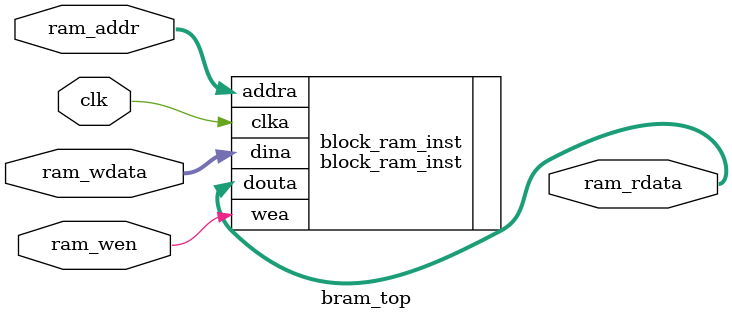
<source format=v>
`timescale 1ns / 1ps

module bram_top (
    input         clk      ,
    input  [15:0] ram_addr ,
    input  [31:0] ram_wdata,
    input         ram_wen  ,
    output [31:0] ram_rdata
);
					   
// Instantiate the block RAM IP core
block_ram_inst block_ram_inst (
    .clka (clk       ),
    .wea  (ram_wen   ),
    .addra(ram_addr  ),
    .dina (ram_wdata ),
    .douta(ram_rdata ) 
);
endmodule


</source>
